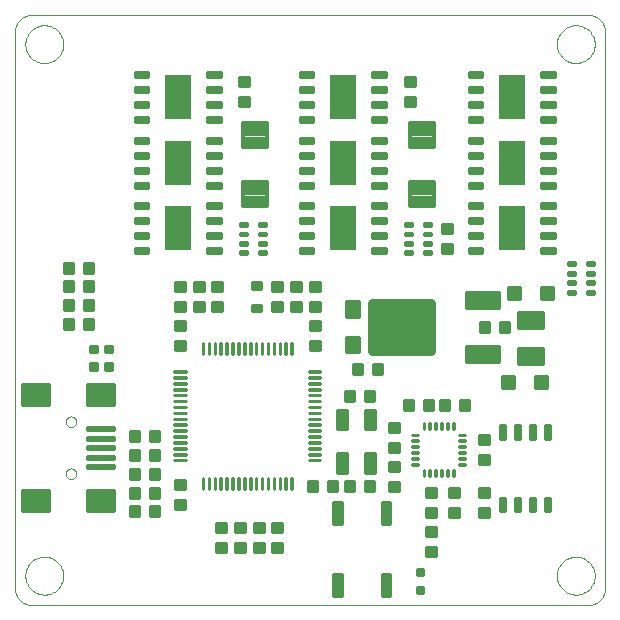
<source format=gtp>
G75*
%MOIN*%
%OFA0B0*%
%FSLAX24Y24*%
%IPPOS*%
%LPD*%
%AMOC8*
5,1,8,0,0,1.08239X$1,22.5*
%
%ADD10C,0.0000*%
%ADD11R,0.0875X0.1500*%
%ADD12C,0.0101*%
%ADD13C,0.0098*%
%ADD14C,0.0099*%
%ADD15C,0.0142*%
%ADD16C,0.0100*%
%ADD17C,0.0118*%
%ADD18C,0.0285*%
%ADD19C,0.0100*%
%ADD20C,0.0099*%
%ADD21C,0.0100*%
D10*
X000588Y000721D02*
X000588Y019224D01*
X000587Y019224D02*
X000589Y019270D01*
X000594Y019316D01*
X000603Y019362D01*
X000616Y019407D01*
X000632Y019450D01*
X000651Y019492D01*
X000674Y019533D01*
X000700Y019571D01*
X000729Y019608D01*
X000760Y019642D01*
X000794Y019673D01*
X000831Y019702D01*
X000869Y019728D01*
X000910Y019751D01*
X000952Y019770D01*
X000995Y019786D01*
X001040Y019799D01*
X001086Y019808D01*
X001132Y019813D01*
X001178Y019815D01*
X019682Y019815D01*
X019728Y019813D01*
X019774Y019808D01*
X019820Y019799D01*
X019865Y019786D01*
X019908Y019770D01*
X019950Y019751D01*
X019991Y019728D01*
X020029Y019702D01*
X020066Y019673D01*
X020100Y019642D01*
X020131Y019608D01*
X020160Y019571D01*
X020186Y019533D01*
X020209Y019492D01*
X020228Y019450D01*
X020244Y019407D01*
X020257Y019362D01*
X020266Y019316D01*
X020271Y019270D01*
X020273Y019224D01*
X020273Y000721D01*
X020271Y000675D01*
X020266Y000629D01*
X020257Y000583D01*
X020244Y000538D01*
X020228Y000495D01*
X020209Y000453D01*
X020186Y000412D01*
X020160Y000374D01*
X020131Y000337D01*
X020100Y000303D01*
X020066Y000272D01*
X020029Y000243D01*
X019991Y000217D01*
X019950Y000194D01*
X019908Y000175D01*
X019865Y000159D01*
X019820Y000146D01*
X019774Y000137D01*
X019728Y000132D01*
X019682Y000130D01*
X001178Y000130D01*
X001132Y000132D01*
X001086Y000137D01*
X001040Y000146D01*
X000995Y000159D01*
X000952Y000175D01*
X000910Y000194D01*
X000869Y000217D01*
X000831Y000243D01*
X000794Y000272D01*
X000760Y000303D01*
X000729Y000337D01*
X000700Y000374D01*
X000674Y000412D01*
X000651Y000453D01*
X000632Y000495D01*
X000616Y000538D01*
X000603Y000583D01*
X000594Y000629D01*
X000589Y000675D01*
X000587Y000721D01*
X000942Y001114D02*
X000944Y001164D01*
X000950Y001214D01*
X000960Y001263D01*
X000974Y001311D01*
X000991Y001358D01*
X001012Y001403D01*
X001037Y001447D01*
X001065Y001488D01*
X001097Y001527D01*
X001131Y001564D01*
X001168Y001598D01*
X001208Y001628D01*
X001250Y001655D01*
X001294Y001679D01*
X001340Y001700D01*
X001387Y001716D01*
X001435Y001729D01*
X001485Y001738D01*
X001534Y001743D01*
X001585Y001744D01*
X001635Y001741D01*
X001684Y001734D01*
X001733Y001723D01*
X001781Y001708D01*
X001827Y001690D01*
X001872Y001668D01*
X001915Y001642D01*
X001956Y001613D01*
X001995Y001581D01*
X002031Y001546D01*
X002063Y001508D01*
X002093Y001468D01*
X002120Y001425D01*
X002143Y001381D01*
X002162Y001335D01*
X002178Y001287D01*
X002190Y001238D01*
X002198Y001189D01*
X002202Y001139D01*
X002202Y001089D01*
X002198Y001039D01*
X002190Y000990D01*
X002178Y000941D01*
X002162Y000893D01*
X002143Y000847D01*
X002120Y000803D01*
X002093Y000760D01*
X002063Y000720D01*
X002031Y000682D01*
X001995Y000647D01*
X001956Y000615D01*
X001915Y000586D01*
X001872Y000560D01*
X001827Y000538D01*
X001781Y000520D01*
X001733Y000505D01*
X001684Y000494D01*
X001635Y000487D01*
X001585Y000484D01*
X001534Y000485D01*
X001485Y000490D01*
X001435Y000499D01*
X001387Y000512D01*
X001340Y000528D01*
X001294Y000549D01*
X001250Y000573D01*
X001208Y000600D01*
X001168Y000630D01*
X001131Y000664D01*
X001097Y000701D01*
X001065Y000740D01*
X001037Y000781D01*
X001012Y000825D01*
X000991Y000870D01*
X000974Y000917D01*
X000960Y000965D01*
X000950Y001014D01*
X000944Y001064D01*
X000942Y001114D01*
X002286Y004514D02*
X002288Y004540D01*
X002294Y004566D01*
X002304Y004591D01*
X002317Y004614D01*
X002333Y004634D01*
X002353Y004652D01*
X002375Y004667D01*
X002398Y004679D01*
X002424Y004687D01*
X002450Y004691D01*
X002476Y004691D01*
X002502Y004687D01*
X002528Y004679D01*
X002552Y004667D01*
X002573Y004652D01*
X002593Y004634D01*
X002609Y004614D01*
X002622Y004591D01*
X002632Y004566D01*
X002638Y004540D01*
X002640Y004514D01*
X002638Y004488D01*
X002632Y004462D01*
X002622Y004437D01*
X002609Y004414D01*
X002593Y004394D01*
X002573Y004376D01*
X002551Y004361D01*
X002528Y004349D01*
X002502Y004341D01*
X002476Y004337D01*
X002450Y004337D01*
X002424Y004341D01*
X002398Y004349D01*
X002374Y004361D01*
X002353Y004376D01*
X002333Y004394D01*
X002317Y004414D01*
X002304Y004437D01*
X002294Y004462D01*
X002288Y004488D01*
X002286Y004514D01*
X002286Y006246D02*
X002288Y006272D01*
X002294Y006298D01*
X002304Y006323D01*
X002317Y006346D01*
X002333Y006366D01*
X002353Y006384D01*
X002375Y006399D01*
X002398Y006411D01*
X002424Y006419D01*
X002450Y006423D01*
X002476Y006423D01*
X002502Y006419D01*
X002528Y006411D01*
X002552Y006399D01*
X002573Y006384D01*
X002593Y006366D01*
X002609Y006346D01*
X002622Y006323D01*
X002632Y006298D01*
X002638Y006272D01*
X002640Y006246D01*
X002638Y006220D01*
X002632Y006194D01*
X002622Y006169D01*
X002609Y006146D01*
X002593Y006126D01*
X002573Y006108D01*
X002551Y006093D01*
X002528Y006081D01*
X002502Y006073D01*
X002476Y006069D01*
X002450Y006069D01*
X002424Y006073D01*
X002398Y006081D01*
X002374Y006093D01*
X002353Y006108D01*
X002333Y006126D01*
X002317Y006146D01*
X002304Y006169D01*
X002294Y006194D01*
X002288Y006220D01*
X002286Y006246D01*
X000942Y018831D02*
X000944Y018881D01*
X000950Y018931D01*
X000960Y018980D01*
X000974Y019028D01*
X000991Y019075D01*
X001012Y019120D01*
X001037Y019164D01*
X001065Y019205D01*
X001097Y019244D01*
X001131Y019281D01*
X001168Y019315D01*
X001208Y019345D01*
X001250Y019372D01*
X001294Y019396D01*
X001340Y019417D01*
X001387Y019433D01*
X001435Y019446D01*
X001485Y019455D01*
X001534Y019460D01*
X001585Y019461D01*
X001635Y019458D01*
X001684Y019451D01*
X001733Y019440D01*
X001781Y019425D01*
X001827Y019407D01*
X001872Y019385D01*
X001915Y019359D01*
X001956Y019330D01*
X001995Y019298D01*
X002031Y019263D01*
X002063Y019225D01*
X002093Y019185D01*
X002120Y019142D01*
X002143Y019098D01*
X002162Y019052D01*
X002178Y019004D01*
X002190Y018955D01*
X002198Y018906D01*
X002202Y018856D01*
X002202Y018806D01*
X002198Y018756D01*
X002190Y018707D01*
X002178Y018658D01*
X002162Y018610D01*
X002143Y018564D01*
X002120Y018520D01*
X002093Y018477D01*
X002063Y018437D01*
X002031Y018399D01*
X001995Y018364D01*
X001956Y018332D01*
X001915Y018303D01*
X001872Y018277D01*
X001827Y018255D01*
X001781Y018237D01*
X001733Y018222D01*
X001684Y018211D01*
X001635Y018204D01*
X001585Y018201D01*
X001534Y018202D01*
X001485Y018207D01*
X001435Y018216D01*
X001387Y018229D01*
X001340Y018245D01*
X001294Y018266D01*
X001250Y018290D01*
X001208Y018317D01*
X001168Y018347D01*
X001131Y018381D01*
X001097Y018418D01*
X001065Y018457D01*
X001037Y018498D01*
X001012Y018542D01*
X000991Y018587D01*
X000974Y018634D01*
X000960Y018682D01*
X000950Y018731D01*
X000944Y018781D01*
X000942Y018831D01*
X018659Y018831D02*
X018661Y018881D01*
X018667Y018931D01*
X018677Y018980D01*
X018691Y019028D01*
X018708Y019075D01*
X018729Y019120D01*
X018754Y019164D01*
X018782Y019205D01*
X018814Y019244D01*
X018848Y019281D01*
X018885Y019315D01*
X018925Y019345D01*
X018967Y019372D01*
X019011Y019396D01*
X019057Y019417D01*
X019104Y019433D01*
X019152Y019446D01*
X019202Y019455D01*
X019251Y019460D01*
X019302Y019461D01*
X019352Y019458D01*
X019401Y019451D01*
X019450Y019440D01*
X019498Y019425D01*
X019544Y019407D01*
X019589Y019385D01*
X019632Y019359D01*
X019673Y019330D01*
X019712Y019298D01*
X019748Y019263D01*
X019780Y019225D01*
X019810Y019185D01*
X019837Y019142D01*
X019860Y019098D01*
X019879Y019052D01*
X019895Y019004D01*
X019907Y018955D01*
X019915Y018906D01*
X019919Y018856D01*
X019919Y018806D01*
X019915Y018756D01*
X019907Y018707D01*
X019895Y018658D01*
X019879Y018610D01*
X019860Y018564D01*
X019837Y018520D01*
X019810Y018477D01*
X019780Y018437D01*
X019748Y018399D01*
X019712Y018364D01*
X019673Y018332D01*
X019632Y018303D01*
X019589Y018277D01*
X019544Y018255D01*
X019498Y018237D01*
X019450Y018222D01*
X019401Y018211D01*
X019352Y018204D01*
X019302Y018201D01*
X019251Y018202D01*
X019202Y018207D01*
X019152Y018216D01*
X019104Y018229D01*
X019057Y018245D01*
X019011Y018266D01*
X018967Y018290D01*
X018925Y018317D01*
X018885Y018347D01*
X018848Y018381D01*
X018814Y018418D01*
X018782Y018457D01*
X018754Y018498D01*
X018729Y018542D01*
X018708Y018587D01*
X018691Y018634D01*
X018677Y018682D01*
X018667Y018731D01*
X018661Y018781D01*
X018659Y018831D01*
X018659Y001114D02*
X018661Y001164D01*
X018667Y001214D01*
X018677Y001263D01*
X018691Y001311D01*
X018708Y001358D01*
X018729Y001403D01*
X018754Y001447D01*
X018782Y001488D01*
X018814Y001527D01*
X018848Y001564D01*
X018885Y001598D01*
X018925Y001628D01*
X018967Y001655D01*
X019011Y001679D01*
X019057Y001700D01*
X019104Y001716D01*
X019152Y001729D01*
X019202Y001738D01*
X019251Y001743D01*
X019302Y001744D01*
X019352Y001741D01*
X019401Y001734D01*
X019450Y001723D01*
X019498Y001708D01*
X019544Y001690D01*
X019589Y001668D01*
X019632Y001642D01*
X019673Y001613D01*
X019712Y001581D01*
X019748Y001546D01*
X019780Y001508D01*
X019810Y001468D01*
X019837Y001425D01*
X019860Y001381D01*
X019879Y001335D01*
X019895Y001287D01*
X019907Y001238D01*
X019915Y001189D01*
X019919Y001139D01*
X019919Y001089D01*
X019915Y001039D01*
X019907Y000990D01*
X019895Y000941D01*
X019879Y000893D01*
X019860Y000847D01*
X019837Y000803D01*
X019810Y000760D01*
X019780Y000720D01*
X019748Y000682D01*
X019712Y000647D01*
X019673Y000615D01*
X019632Y000586D01*
X019589Y000560D01*
X019544Y000538D01*
X019498Y000520D01*
X019450Y000505D01*
X019401Y000494D01*
X019352Y000487D01*
X019302Y000484D01*
X019251Y000485D01*
X019202Y000490D01*
X019152Y000499D01*
X019104Y000512D01*
X019057Y000528D01*
X019011Y000549D01*
X018967Y000573D01*
X018925Y000600D01*
X018885Y000630D01*
X018848Y000664D01*
X018814Y000701D01*
X018782Y000740D01*
X018754Y000781D01*
X018729Y000825D01*
X018708Y000870D01*
X018691Y000917D01*
X018677Y000965D01*
X018667Y001014D01*
X018661Y001064D01*
X018659Y001114D01*
D11*
X017150Y012693D03*
X017150Y014880D03*
X017150Y017068D03*
X011525Y017068D03*
X011525Y014880D03*
X011525Y012693D03*
X006025Y012693D03*
X006025Y014880D03*
X006025Y017068D03*
D12*
X008503Y010892D02*
X008503Y010678D01*
X008503Y010892D02*
X008797Y010892D01*
X008797Y010678D01*
X008503Y010678D01*
X008503Y010778D02*
X008797Y010778D01*
X008797Y010878D02*
X008503Y010878D01*
X008503Y010144D02*
X008503Y009930D01*
X008503Y010144D02*
X008797Y010144D01*
X008797Y009930D01*
X008503Y009930D01*
X008503Y010030D02*
X008797Y010030D01*
X008797Y010130D02*
X008503Y010130D01*
X003820Y008782D02*
X003606Y008782D01*
X003820Y008782D02*
X003820Y008568D01*
X003606Y008568D01*
X003606Y008782D01*
X003606Y008668D02*
X003820Y008668D01*
X003820Y008768D02*
X003606Y008768D01*
X003320Y008782D02*
X003106Y008782D01*
X003320Y008782D02*
X003320Y008568D01*
X003106Y008568D01*
X003106Y008782D01*
X003106Y008668D02*
X003320Y008668D01*
X003320Y008768D02*
X003106Y008768D01*
X003106Y008192D02*
X003320Y008192D01*
X003320Y007978D01*
X003106Y007978D01*
X003106Y008192D01*
X003106Y008078D02*
X003320Y008078D01*
X003320Y008178D02*
X003106Y008178D01*
X003606Y008192D02*
X003820Y008192D01*
X003820Y007978D01*
X003606Y007978D01*
X003606Y008192D01*
X003606Y008078D02*
X003820Y008078D01*
X003820Y008178D02*
X003606Y008178D01*
X013981Y001345D02*
X014195Y001345D01*
X014195Y001131D01*
X013981Y001131D01*
X013981Y001345D01*
X013981Y001231D02*
X014195Y001231D01*
X014195Y001331D02*
X013981Y001331D01*
X013981Y000754D02*
X014195Y000754D01*
X014195Y000540D01*
X013981Y000540D01*
X013981Y000754D01*
X013981Y000640D02*
X014195Y000640D01*
X014195Y000740D02*
X013981Y000740D01*
X016718Y008249D02*
X016718Y008779D01*
X016718Y008249D02*
X015638Y008249D01*
X015638Y008779D01*
X016718Y008779D01*
X016718Y008349D02*
X015638Y008349D01*
X015638Y008449D02*
X016718Y008449D01*
X016718Y008549D02*
X015638Y008549D01*
X015638Y008649D02*
X016718Y008649D01*
X016718Y008749D02*
X015638Y008749D01*
X016718Y010044D02*
X016718Y010574D01*
X016718Y010044D02*
X015638Y010044D01*
X015638Y010574D01*
X016718Y010574D01*
X016718Y010144D02*
X015638Y010144D01*
X015638Y010244D02*
X016718Y010244D01*
X016718Y010344D02*
X015638Y010344D01*
X015638Y010444D02*
X016718Y010444D01*
X016718Y010544D02*
X015638Y010544D01*
X017353Y009892D02*
X017353Y009362D01*
X017353Y009892D02*
X018197Y009892D01*
X018197Y009362D01*
X017353Y009362D01*
X017353Y009462D02*
X018197Y009462D01*
X018197Y009562D02*
X017353Y009562D01*
X017353Y009662D02*
X018197Y009662D01*
X018197Y009762D02*
X017353Y009762D01*
X017353Y009862D02*
X018197Y009862D01*
X018197Y008711D02*
X018197Y008181D01*
X017353Y008181D01*
X017353Y008711D01*
X018197Y008711D01*
X018197Y008281D02*
X017353Y008281D01*
X017353Y008381D02*
X018197Y008381D01*
X018197Y008481D02*
X017353Y008481D01*
X017353Y008581D02*
X018197Y008581D01*
X018197Y008681D02*
X017353Y008681D01*
D13*
X016774Y009244D02*
X016774Y009578D01*
X017070Y009578D01*
X017070Y009244D01*
X016774Y009244D01*
X016774Y009341D02*
X017070Y009341D01*
X017070Y009438D02*
X016774Y009438D01*
X016774Y009535D02*
X017070Y009535D01*
X016105Y009578D02*
X016105Y009244D01*
X016105Y009578D02*
X016401Y009578D01*
X016401Y009244D01*
X016105Y009244D01*
X016105Y009341D02*
X016401Y009341D01*
X016401Y009438D02*
X016105Y009438D01*
X016105Y009535D02*
X016401Y009535D01*
X015727Y006651D02*
X015431Y006651D01*
X015431Y006985D01*
X015727Y006985D01*
X015727Y006651D01*
X015727Y006748D02*
X015431Y006748D01*
X015431Y006845D02*
X015727Y006845D01*
X015727Y006942D02*
X015431Y006942D01*
X015057Y006651D02*
X014761Y006651D01*
X014761Y006985D01*
X015057Y006985D01*
X015057Y006651D01*
X015057Y006748D02*
X014761Y006748D01*
X014761Y006845D02*
X015057Y006845D01*
X015057Y006942D02*
X014761Y006942D01*
X014243Y006985D02*
X014243Y006651D01*
X014243Y006985D02*
X014539Y006985D01*
X014539Y006651D01*
X014243Y006651D01*
X014243Y006748D02*
X014539Y006748D01*
X014539Y006845D02*
X014243Y006845D01*
X014243Y006942D02*
X014539Y006942D01*
X013574Y006985D02*
X013574Y006651D01*
X013574Y006985D02*
X013870Y006985D01*
X013870Y006651D01*
X013574Y006651D01*
X013574Y006748D02*
X013870Y006748D01*
X013870Y006845D02*
X013574Y006845D01*
X013574Y006942D02*
X013870Y006942D01*
X013380Y005910D02*
X013046Y005910D01*
X013046Y006206D01*
X013380Y006206D01*
X013380Y005910D01*
X013380Y006007D02*
X013046Y006007D01*
X013046Y006104D02*
X013380Y006104D01*
X013380Y006201D02*
X013046Y006201D01*
X013046Y005241D02*
X013380Y005241D01*
X013046Y005241D02*
X013046Y005537D01*
X013380Y005537D01*
X013380Y005241D01*
X013380Y005338D02*
X013046Y005338D01*
X013046Y005435D02*
X013380Y005435D01*
X013380Y005532D02*
X013046Y005532D01*
X013046Y004894D02*
X013380Y004894D01*
X013380Y004598D01*
X013046Y004598D01*
X013046Y004894D01*
X013046Y004695D02*
X013380Y004695D01*
X013380Y004792D02*
X013046Y004792D01*
X013046Y004889D02*
X013380Y004889D01*
X013380Y004225D02*
X013046Y004225D01*
X013380Y004225D02*
X013380Y003929D01*
X013046Y003929D01*
X013046Y004225D01*
X013046Y004026D02*
X013380Y004026D01*
X013380Y004123D02*
X013046Y004123D01*
X013046Y004220D02*
X013380Y004220D01*
X012570Y004266D02*
X012570Y003932D01*
X012274Y003932D01*
X012274Y004266D01*
X012570Y004266D01*
X012570Y004029D02*
X012274Y004029D01*
X012274Y004126D02*
X012570Y004126D01*
X012570Y004223D02*
X012274Y004223D01*
X011901Y004266D02*
X011901Y003932D01*
X011605Y003932D01*
X011605Y004266D01*
X011901Y004266D01*
X011901Y004029D02*
X011605Y004029D01*
X011605Y004126D02*
X011901Y004126D01*
X011901Y004223D02*
X011605Y004223D01*
X011320Y004266D02*
X011320Y003932D01*
X011024Y003932D01*
X011024Y004266D01*
X011320Y004266D01*
X011320Y004029D02*
X011024Y004029D01*
X011024Y004126D02*
X011320Y004126D01*
X011320Y004223D02*
X011024Y004223D01*
X010651Y004266D02*
X010651Y003932D01*
X010355Y003932D01*
X010355Y004266D01*
X010651Y004266D01*
X010651Y004029D02*
X010355Y004029D01*
X010355Y004126D02*
X010651Y004126D01*
X010651Y004223D02*
X010355Y004223D01*
X009505Y002863D02*
X009171Y002863D01*
X009505Y002863D02*
X009505Y002567D01*
X009171Y002567D01*
X009171Y002863D01*
X009171Y002664D02*
X009505Y002664D01*
X009505Y002761D02*
X009171Y002761D01*
X009171Y002858D02*
X009505Y002858D01*
X008546Y002863D02*
X008546Y002567D01*
X008546Y002863D02*
X008880Y002863D01*
X008880Y002567D01*
X008546Y002567D01*
X008546Y002664D02*
X008880Y002664D01*
X008880Y002761D02*
X008546Y002761D01*
X008546Y002858D02*
X008880Y002858D01*
X007921Y002863D02*
X007921Y002567D01*
X007921Y002863D02*
X008255Y002863D01*
X008255Y002567D01*
X007921Y002567D01*
X007921Y002664D02*
X008255Y002664D01*
X008255Y002761D02*
X007921Y002761D01*
X007921Y002858D02*
X008255Y002858D01*
X007296Y002863D02*
X007296Y002567D01*
X007296Y002863D02*
X007630Y002863D01*
X007630Y002567D01*
X007296Y002567D01*
X007296Y002664D02*
X007630Y002664D01*
X007630Y002761D02*
X007296Y002761D01*
X007296Y002858D02*
X007630Y002858D01*
X007296Y002193D02*
X007296Y001897D01*
X007296Y002193D02*
X007630Y002193D01*
X007630Y001897D01*
X007296Y001897D01*
X007296Y001994D02*
X007630Y001994D01*
X007630Y002091D02*
X007296Y002091D01*
X007296Y002188D02*
X007630Y002188D01*
X007921Y002193D02*
X007921Y001897D01*
X007921Y002193D02*
X008255Y002193D01*
X008255Y001897D01*
X007921Y001897D01*
X007921Y001994D02*
X008255Y001994D01*
X008255Y002091D02*
X007921Y002091D01*
X007921Y002188D02*
X008255Y002188D01*
X008546Y002193D02*
X008546Y001897D01*
X008546Y002193D02*
X008880Y002193D01*
X008880Y001897D01*
X008546Y001897D01*
X008546Y001994D02*
X008880Y001994D01*
X008880Y002091D02*
X008546Y002091D01*
X008546Y002188D02*
X008880Y002188D01*
X009171Y002193D02*
X009505Y002193D01*
X009505Y001897D01*
X009171Y001897D01*
X009171Y002193D01*
X009171Y001994D02*
X009505Y001994D01*
X009505Y002091D02*
X009171Y002091D01*
X009171Y002188D02*
X009505Y002188D01*
X006255Y003335D02*
X005921Y003335D01*
X005921Y003631D01*
X006255Y003631D01*
X006255Y003335D01*
X006255Y003432D02*
X005921Y003432D01*
X005921Y003529D02*
X006255Y003529D01*
X006255Y003626D02*
X005921Y003626D01*
X005921Y004004D02*
X006255Y004004D01*
X005921Y004004D02*
X005921Y004300D01*
X006255Y004300D01*
X006255Y004004D01*
X006255Y004101D02*
X005921Y004101D01*
X005921Y004198D02*
X006255Y004198D01*
X006255Y004295D02*
X005921Y004295D01*
X005383Y004338D02*
X005087Y004338D01*
X005087Y004672D01*
X005383Y004672D01*
X005383Y004338D01*
X005383Y004435D02*
X005087Y004435D01*
X005087Y004532D02*
X005383Y004532D01*
X005383Y004629D02*
X005087Y004629D01*
X005087Y004963D02*
X005383Y004963D01*
X005087Y004963D02*
X005087Y005297D01*
X005383Y005297D01*
X005383Y004963D01*
X005383Y005060D02*
X005087Y005060D01*
X005087Y005157D02*
X005383Y005157D01*
X005383Y005254D02*
X005087Y005254D01*
X005087Y005588D02*
X005383Y005588D01*
X005087Y005588D02*
X005087Y005922D01*
X005383Y005922D01*
X005383Y005588D01*
X005383Y005685D02*
X005087Y005685D01*
X005087Y005782D02*
X005383Y005782D01*
X005383Y005879D02*
X005087Y005879D01*
X004714Y005588D02*
X004418Y005588D01*
X004418Y005922D01*
X004714Y005922D01*
X004714Y005588D01*
X004714Y005685D02*
X004418Y005685D01*
X004418Y005782D02*
X004714Y005782D01*
X004714Y005879D02*
X004418Y005879D01*
X004418Y004963D02*
X004714Y004963D01*
X004418Y004963D02*
X004418Y005297D01*
X004714Y005297D01*
X004714Y004963D01*
X004714Y005060D02*
X004418Y005060D01*
X004418Y005157D02*
X004714Y005157D01*
X004714Y005254D02*
X004418Y005254D01*
X004418Y004338D02*
X004714Y004338D01*
X004418Y004338D02*
X004418Y004672D01*
X004714Y004672D01*
X004714Y004338D01*
X004714Y004435D02*
X004418Y004435D01*
X004418Y004532D02*
X004714Y004532D01*
X004714Y004629D02*
X004418Y004629D01*
X004418Y004047D02*
X004714Y004047D01*
X004714Y003713D01*
X004418Y003713D01*
X004418Y004047D01*
X004418Y003810D02*
X004714Y003810D01*
X004714Y003907D02*
X004418Y003907D01*
X004418Y004004D02*
X004714Y004004D01*
X005087Y004047D02*
X005383Y004047D01*
X005383Y003713D01*
X005087Y003713D01*
X005087Y004047D01*
X005087Y003810D02*
X005383Y003810D01*
X005383Y003907D02*
X005087Y003907D01*
X005087Y004004D02*
X005383Y004004D01*
X005383Y003088D02*
X005087Y003088D01*
X005087Y003422D01*
X005383Y003422D01*
X005383Y003088D01*
X005383Y003185D02*
X005087Y003185D01*
X005087Y003282D02*
X005383Y003282D01*
X005383Y003379D02*
X005087Y003379D01*
X004714Y003088D02*
X004418Y003088D01*
X004418Y003422D01*
X004714Y003422D01*
X004714Y003088D01*
X004714Y003185D02*
X004418Y003185D01*
X004418Y003282D02*
X004714Y003282D01*
X004714Y003379D02*
X004418Y003379D01*
X005921Y008943D02*
X006255Y008943D01*
X006255Y008647D01*
X005921Y008647D01*
X005921Y008943D01*
X005921Y008744D02*
X006255Y008744D01*
X006255Y008841D02*
X005921Y008841D01*
X005921Y008938D02*
X006255Y008938D01*
X006255Y009613D02*
X005921Y009613D01*
X006255Y009613D02*
X006255Y009317D01*
X005921Y009317D01*
X005921Y009613D01*
X005921Y009414D02*
X006255Y009414D01*
X006255Y009511D02*
X005921Y009511D01*
X005921Y009608D02*
X006255Y009608D01*
X006255Y009929D02*
X005921Y009929D01*
X005921Y010225D01*
X006255Y010225D01*
X006255Y009929D01*
X006255Y010026D02*
X005921Y010026D01*
X005921Y010123D02*
X006255Y010123D01*
X006255Y010220D02*
X005921Y010220D01*
X005921Y010598D02*
X006255Y010598D01*
X005921Y010598D02*
X005921Y010894D01*
X006255Y010894D01*
X006255Y010598D01*
X006255Y010695D02*
X005921Y010695D01*
X005921Y010792D02*
X006255Y010792D01*
X006255Y010889D02*
X005921Y010889D01*
X006546Y010894D02*
X006546Y010598D01*
X006546Y010894D02*
X006880Y010894D01*
X006880Y010598D01*
X006546Y010598D01*
X006546Y010695D02*
X006880Y010695D01*
X006880Y010792D02*
X006546Y010792D01*
X006546Y010889D02*
X006880Y010889D01*
X007171Y010894D02*
X007171Y010598D01*
X007171Y010894D02*
X007505Y010894D01*
X007505Y010598D01*
X007171Y010598D01*
X007171Y010695D02*
X007505Y010695D01*
X007505Y010792D02*
X007171Y010792D01*
X007171Y010889D02*
X007505Y010889D01*
X007171Y010225D02*
X007171Y009929D01*
X007171Y010225D02*
X007505Y010225D01*
X007505Y009929D01*
X007171Y009929D01*
X007171Y010026D02*
X007505Y010026D01*
X007505Y010123D02*
X007171Y010123D01*
X007171Y010220D02*
X007505Y010220D01*
X006546Y010225D02*
X006546Y009929D01*
X006546Y010225D02*
X006880Y010225D01*
X006880Y009929D01*
X006546Y009929D01*
X006546Y010026D02*
X006880Y010026D01*
X006880Y010123D02*
X006546Y010123D01*
X006546Y010220D02*
X006880Y010220D01*
X009171Y010225D02*
X009171Y009929D01*
X009171Y010225D02*
X009505Y010225D01*
X009505Y009929D01*
X009171Y009929D01*
X009171Y010026D02*
X009505Y010026D01*
X009505Y010123D02*
X009171Y010123D01*
X009171Y010220D02*
X009505Y010220D01*
X009796Y010225D02*
X009796Y009929D01*
X009796Y010225D02*
X010130Y010225D01*
X010130Y009929D01*
X009796Y009929D01*
X009796Y010026D02*
X010130Y010026D01*
X010130Y010123D02*
X009796Y010123D01*
X009796Y010220D02*
X010130Y010220D01*
X010421Y009929D02*
X010755Y009929D01*
X010421Y009929D02*
X010421Y010225D01*
X010755Y010225D01*
X010755Y009929D01*
X010755Y010026D02*
X010421Y010026D01*
X010421Y010123D02*
X010755Y010123D01*
X010755Y010220D02*
X010421Y010220D01*
X010421Y010598D02*
X010755Y010598D01*
X010421Y010598D02*
X010421Y010894D01*
X010755Y010894D01*
X010755Y010598D01*
X010755Y010695D02*
X010421Y010695D01*
X010421Y010792D02*
X010755Y010792D01*
X010755Y010889D02*
X010421Y010889D01*
X009796Y010894D02*
X009796Y010598D01*
X009796Y010894D02*
X010130Y010894D01*
X010130Y010598D01*
X009796Y010598D01*
X009796Y010695D02*
X010130Y010695D01*
X010130Y010792D02*
X009796Y010792D01*
X009796Y010889D02*
X010130Y010889D01*
X009171Y010894D02*
X009171Y010598D01*
X009171Y010894D02*
X009505Y010894D01*
X009505Y010598D01*
X009171Y010598D01*
X009171Y010695D02*
X009505Y010695D01*
X009505Y010792D02*
X009171Y010792D01*
X009171Y010889D02*
X009505Y010889D01*
X010421Y009613D02*
X010755Y009613D01*
X010755Y009317D01*
X010421Y009317D01*
X010421Y009613D01*
X010421Y009414D02*
X010755Y009414D01*
X010755Y009511D02*
X010421Y009511D01*
X010421Y009608D02*
X010755Y009608D01*
X010755Y008943D02*
X010421Y008943D01*
X010755Y008943D02*
X010755Y008647D01*
X010421Y008647D01*
X010421Y008943D01*
X010421Y008744D02*
X010755Y008744D01*
X010755Y008841D02*
X010421Y008841D01*
X010421Y008938D02*
X010755Y008938D01*
X011855Y008172D02*
X011855Y007838D01*
X011855Y008172D02*
X012151Y008172D01*
X012151Y007838D01*
X011855Y007838D01*
X011855Y007935D02*
X012151Y007935D01*
X012151Y008032D02*
X011855Y008032D01*
X011855Y008129D02*
X012151Y008129D01*
X012524Y008172D02*
X012524Y007838D01*
X012524Y008172D02*
X012820Y008172D01*
X012820Y007838D01*
X012524Y007838D01*
X012524Y007935D02*
X012820Y007935D01*
X012820Y008032D02*
X012524Y008032D01*
X012524Y008129D02*
X012820Y008129D01*
X012274Y007266D02*
X012274Y006932D01*
X012274Y007266D02*
X012570Y007266D01*
X012570Y006932D01*
X012274Y006932D01*
X012274Y007029D02*
X012570Y007029D01*
X012570Y007126D02*
X012274Y007126D01*
X012274Y007223D02*
X012570Y007223D01*
X011605Y007266D02*
X011605Y006932D01*
X011605Y007266D02*
X011901Y007266D01*
X011901Y006932D01*
X011605Y006932D01*
X011605Y007029D02*
X011901Y007029D01*
X011901Y007126D02*
X011605Y007126D01*
X011605Y007223D02*
X011901Y007223D01*
X014296Y004050D02*
X014296Y003754D01*
X014296Y004050D02*
X014630Y004050D01*
X014630Y003754D01*
X014296Y003754D01*
X014296Y003851D02*
X014630Y003851D01*
X014630Y003948D02*
X014296Y003948D01*
X014296Y004045D02*
X014630Y004045D01*
X015046Y004050D02*
X015046Y003754D01*
X015046Y004050D02*
X015380Y004050D01*
X015380Y003754D01*
X015046Y003754D01*
X015046Y003851D02*
X015380Y003851D01*
X015380Y003948D02*
X015046Y003948D01*
X015046Y004045D02*
X015380Y004045D01*
X015046Y003381D02*
X015046Y003085D01*
X015046Y003381D02*
X015380Y003381D01*
X015380Y003085D01*
X015046Y003085D01*
X015046Y003182D02*
X015380Y003182D01*
X015380Y003279D02*
X015046Y003279D01*
X015046Y003376D02*
X015380Y003376D01*
X016046Y003381D02*
X016046Y003085D01*
X016046Y003381D02*
X016380Y003381D01*
X016380Y003085D01*
X016046Y003085D01*
X016046Y003182D02*
X016380Y003182D01*
X016380Y003279D02*
X016046Y003279D01*
X016046Y003376D02*
X016380Y003376D01*
X016046Y003754D02*
X016046Y004050D01*
X016380Y004050D01*
X016380Y003754D01*
X016046Y003754D01*
X016046Y003851D02*
X016380Y003851D01*
X016380Y003948D02*
X016046Y003948D01*
X016046Y004045D02*
X016380Y004045D01*
X016380Y004835D02*
X016046Y004835D01*
X016046Y005131D01*
X016380Y005131D01*
X016380Y004835D01*
X016380Y004932D02*
X016046Y004932D01*
X016046Y005029D02*
X016380Y005029D01*
X016380Y005126D02*
X016046Y005126D01*
X016046Y005504D02*
X016380Y005504D01*
X016046Y005504D02*
X016046Y005800D01*
X016380Y005800D01*
X016380Y005504D01*
X016380Y005601D02*
X016046Y005601D01*
X016046Y005698D02*
X016380Y005698D01*
X016380Y005795D02*
X016046Y005795D01*
X014296Y003381D02*
X014296Y003085D01*
X014296Y003381D02*
X014630Y003381D01*
X014630Y003085D01*
X014296Y003085D01*
X014296Y003182D02*
X014630Y003182D01*
X014630Y003279D02*
X014296Y003279D01*
X014296Y003376D02*
X014630Y003376D01*
X014296Y002738D02*
X014296Y002442D01*
X014296Y002738D02*
X014630Y002738D01*
X014630Y002442D01*
X014296Y002442D01*
X014296Y002539D02*
X014630Y002539D01*
X014630Y002636D02*
X014296Y002636D01*
X014296Y002733D02*
X014630Y002733D01*
X014296Y002068D02*
X014296Y001772D01*
X014296Y002068D02*
X014630Y002068D01*
X014630Y001772D01*
X014296Y001772D01*
X014296Y001869D02*
X014630Y001869D01*
X014630Y001966D02*
X014296Y001966D01*
X014296Y002063D02*
X014630Y002063D01*
X014827Y012162D02*
X015161Y012162D01*
X015161Y011866D01*
X014827Y011866D01*
X014827Y012162D01*
X014827Y011963D02*
X015161Y011963D01*
X015161Y012060D02*
X014827Y012060D01*
X014827Y012157D02*
X015161Y012157D01*
X015161Y012831D02*
X014827Y012831D01*
X015161Y012831D02*
X015161Y012535D01*
X014827Y012535D01*
X014827Y012831D01*
X014827Y012632D02*
X015161Y012632D01*
X015161Y012729D02*
X014827Y012729D01*
X014827Y012826D02*
X015161Y012826D01*
X013942Y017068D02*
X013608Y017068D01*
X013942Y017068D02*
X013942Y016772D01*
X013608Y016772D01*
X013608Y017068D01*
X013608Y016869D02*
X013942Y016869D01*
X013942Y016966D02*
X013608Y016966D01*
X013608Y017063D02*
X013942Y017063D01*
X013942Y017738D02*
X013608Y017738D01*
X013942Y017738D02*
X013942Y017442D01*
X013608Y017442D01*
X013608Y017738D01*
X013608Y017539D02*
X013942Y017539D01*
X013942Y017636D02*
X013608Y017636D01*
X013608Y017733D02*
X013942Y017733D01*
X008380Y017738D02*
X008046Y017738D01*
X008380Y017738D02*
X008380Y017442D01*
X008046Y017442D01*
X008046Y017738D01*
X008046Y017539D02*
X008380Y017539D01*
X008380Y017636D02*
X008046Y017636D01*
X008046Y017733D02*
X008380Y017733D01*
X008380Y017068D02*
X008046Y017068D01*
X008380Y017068D02*
X008380Y016772D01*
X008046Y016772D01*
X008046Y017068D01*
X008046Y016869D02*
X008380Y016869D01*
X008380Y016966D02*
X008046Y016966D01*
X008046Y017063D02*
X008380Y017063D01*
X003195Y011213D02*
X002899Y011213D01*
X002899Y011547D01*
X003195Y011547D01*
X003195Y011213D01*
X003195Y011310D02*
X002899Y011310D01*
X002899Y011407D02*
X003195Y011407D01*
X003195Y011504D02*
X002899Y011504D01*
X002526Y011213D02*
X002230Y011213D01*
X002230Y011547D01*
X002526Y011547D01*
X002526Y011213D01*
X002526Y011310D02*
X002230Y011310D01*
X002230Y011407D02*
X002526Y011407D01*
X002526Y011504D02*
X002230Y011504D01*
X002230Y010588D02*
X002526Y010588D01*
X002230Y010588D02*
X002230Y010922D01*
X002526Y010922D01*
X002526Y010588D01*
X002526Y010685D02*
X002230Y010685D01*
X002230Y010782D02*
X002526Y010782D01*
X002526Y010879D02*
X002230Y010879D01*
X002230Y010297D02*
X002526Y010297D01*
X002526Y009963D01*
X002230Y009963D01*
X002230Y010297D01*
X002230Y010060D02*
X002526Y010060D01*
X002526Y010157D02*
X002230Y010157D01*
X002230Y010254D02*
X002526Y010254D01*
X002899Y010297D02*
X003195Y010297D01*
X003195Y009963D01*
X002899Y009963D01*
X002899Y010297D01*
X002899Y010060D02*
X003195Y010060D01*
X003195Y010157D02*
X002899Y010157D01*
X002899Y010254D02*
X003195Y010254D01*
X003195Y010588D02*
X002899Y010588D01*
X002899Y010922D01*
X003195Y010922D01*
X003195Y010588D01*
X003195Y010685D02*
X002899Y010685D01*
X002899Y010782D02*
X003195Y010782D01*
X003195Y010879D02*
X002899Y010879D01*
X002899Y009672D02*
X003195Y009672D01*
X003195Y009338D01*
X002899Y009338D01*
X002899Y009672D01*
X002899Y009435D02*
X003195Y009435D01*
X003195Y009532D02*
X002899Y009532D01*
X002899Y009629D02*
X003195Y009629D01*
X002526Y009672D02*
X002230Y009672D01*
X002526Y009672D02*
X002526Y009338D01*
X002230Y009338D01*
X002230Y009672D01*
X002230Y009435D02*
X002526Y009435D01*
X002526Y009532D02*
X002230Y009532D01*
X002230Y009629D02*
X002526Y009629D01*
D14*
X005041Y011862D02*
X005041Y012024D01*
X005041Y011862D02*
X004589Y011862D01*
X004589Y012024D01*
X005041Y012024D01*
X005041Y011960D02*
X004589Y011960D01*
X005041Y012362D02*
X005041Y012524D01*
X005041Y012362D02*
X004589Y012362D01*
X004589Y012524D01*
X005041Y012524D01*
X005041Y012460D02*
X004589Y012460D01*
X005041Y012862D02*
X005041Y013024D01*
X005041Y012862D02*
X004589Y012862D01*
X004589Y013024D01*
X005041Y013024D01*
X005041Y012960D02*
X004589Y012960D01*
X005041Y013362D02*
X005041Y013524D01*
X005041Y013362D02*
X004589Y013362D01*
X004589Y013524D01*
X005041Y013524D01*
X005041Y013460D02*
X004589Y013460D01*
X005041Y014049D02*
X005041Y014211D01*
X005041Y014049D02*
X004589Y014049D01*
X004589Y014211D01*
X005041Y014211D01*
X005041Y014147D02*
X004589Y014147D01*
X005041Y014549D02*
X005041Y014711D01*
X005041Y014549D02*
X004589Y014549D01*
X004589Y014711D01*
X005041Y014711D01*
X005041Y014647D02*
X004589Y014647D01*
X005041Y015049D02*
X005041Y015211D01*
X005041Y015049D02*
X004589Y015049D01*
X004589Y015211D01*
X005041Y015211D01*
X005041Y015147D02*
X004589Y015147D01*
X005041Y015549D02*
X005041Y015711D01*
X005041Y015549D02*
X004589Y015549D01*
X004589Y015711D01*
X005041Y015711D01*
X005041Y015647D02*
X004589Y015647D01*
X005041Y016237D02*
X005041Y016399D01*
X005041Y016237D02*
X004589Y016237D01*
X004589Y016399D01*
X005041Y016399D01*
X005041Y016335D02*
X004589Y016335D01*
X005041Y016737D02*
X005041Y016899D01*
X005041Y016737D02*
X004589Y016737D01*
X004589Y016899D01*
X005041Y016899D01*
X005041Y016835D02*
X004589Y016835D01*
X005041Y017237D02*
X005041Y017399D01*
X005041Y017237D02*
X004589Y017237D01*
X004589Y017399D01*
X005041Y017399D01*
X005041Y017335D02*
X004589Y017335D01*
X005041Y017737D02*
X005041Y017899D01*
X005041Y017737D02*
X004589Y017737D01*
X004589Y017899D01*
X005041Y017899D01*
X005041Y017835D02*
X004589Y017835D01*
X007461Y017899D02*
X007461Y017737D01*
X007009Y017737D01*
X007009Y017899D01*
X007461Y017899D01*
X007461Y017835D02*
X007009Y017835D01*
X007461Y017399D02*
X007461Y017237D01*
X007009Y017237D01*
X007009Y017399D01*
X007461Y017399D01*
X007461Y017335D02*
X007009Y017335D01*
X007461Y016899D02*
X007461Y016737D01*
X007009Y016737D01*
X007009Y016899D01*
X007461Y016899D01*
X007461Y016835D02*
X007009Y016835D01*
X007461Y016399D02*
X007461Y016237D01*
X007009Y016237D01*
X007009Y016399D01*
X007461Y016399D01*
X007461Y016335D02*
X007009Y016335D01*
X007461Y015711D02*
X007461Y015549D01*
X007009Y015549D01*
X007009Y015711D01*
X007461Y015711D01*
X007461Y015647D02*
X007009Y015647D01*
X007461Y015211D02*
X007461Y015049D01*
X007009Y015049D01*
X007009Y015211D01*
X007461Y015211D01*
X007461Y015147D02*
X007009Y015147D01*
X007461Y014711D02*
X007461Y014549D01*
X007009Y014549D01*
X007009Y014711D01*
X007461Y014711D01*
X007461Y014647D02*
X007009Y014647D01*
X007461Y014211D02*
X007461Y014049D01*
X007009Y014049D01*
X007009Y014211D01*
X007461Y014211D01*
X007461Y014147D02*
X007009Y014147D01*
X007461Y013524D02*
X007461Y013362D01*
X007009Y013362D01*
X007009Y013524D01*
X007461Y013524D01*
X007461Y013460D02*
X007009Y013460D01*
X007461Y013024D02*
X007461Y012862D01*
X007009Y012862D01*
X007009Y013024D01*
X007461Y013024D01*
X007461Y012960D02*
X007009Y012960D01*
X007461Y012524D02*
X007461Y012362D01*
X007009Y012362D01*
X007009Y012524D01*
X007461Y012524D01*
X007461Y012460D02*
X007009Y012460D01*
X007461Y012024D02*
X007461Y011862D01*
X007009Y011862D01*
X007009Y012024D01*
X007461Y012024D01*
X007461Y011960D02*
X007009Y011960D01*
X010541Y012024D02*
X010541Y011862D01*
X010089Y011862D01*
X010089Y012024D01*
X010541Y012024D01*
X010541Y011960D02*
X010089Y011960D01*
X010541Y012362D02*
X010541Y012524D01*
X010541Y012362D02*
X010089Y012362D01*
X010089Y012524D01*
X010541Y012524D01*
X010541Y012460D02*
X010089Y012460D01*
X010541Y012862D02*
X010541Y013024D01*
X010541Y012862D02*
X010089Y012862D01*
X010089Y013024D01*
X010541Y013024D01*
X010541Y012960D02*
X010089Y012960D01*
X010541Y013362D02*
X010541Y013524D01*
X010541Y013362D02*
X010089Y013362D01*
X010089Y013524D01*
X010541Y013524D01*
X010541Y013460D02*
X010089Y013460D01*
X010541Y014049D02*
X010541Y014211D01*
X010541Y014049D02*
X010089Y014049D01*
X010089Y014211D01*
X010541Y014211D01*
X010541Y014147D02*
X010089Y014147D01*
X010541Y014549D02*
X010541Y014711D01*
X010541Y014549D02*
X010089Y014549D01*
X010089Y014711D01*
X010541Y014711D01*
X010541Y014647D02*
X010089Y014647D01*
X010541Y015049D02*
X010541Y015211D01*
X010541Y015049D02*
X010089Y015049D01*
X010089Y015211D01*
X010541Y015211D01*
X010541Y015147D02*
X010089Y015147D01*
X010541Y015549D02*
X010541Y015711D01*
X010541Y015549D02*
X010089Y015549D01*
X010089Y015711D01*
X010541Y015711D01*
X010541Y015647D02*
X010089Y015647D01*
X010541Y016237D02*
X010541Y016399D01*
X010541Y016237D02*
X010089Y016237D01*
X010089Y016399D01*
X010541Y016399D01*
X010541Y016335D02*
X010089Y016335D01*
X010541Y016737D02*
X010541Y016899D01*
X010541Y016737D02*
X010089Y016737D01*
X010089Y016899D01*
X010541Y016899D01*
X010541Y016835D02*
X010089Y016835D01*
X010541Y017237D02*
X010541Y017399D01*
X010541Y017237D02*
X010089Y017237D01*
X010089Y017399D01*
X010541Y017399D01*
X010541Y017335D02*
X010089Y017335D01*
X010541Y017737D02*
X010541Y017899D01*
X010541Y017737D02*
X010089Y017737D01*
X010089Y017899D01*
X010541Y017899D01*
X010541Y017835D02*
X010089Y017835D01*
X012961Y017899D02*
X012961Y017737D01*
X012509Y017737D01*
X012509Y017899D01*
X012961Y017899D01*
X012961Y017835D02*
X012509Y017835D01*
X012961Y017399D02*
X012961Y017237D01*
X012509Y017237D01*
X012509Y017399D01*
X012961Y017399D01*
X012961Y017335D02*
X012509Y017335D01*
X012961Y016899D02*
X012961Y016737D01*
X012509Y016737D01*
X012509Y016899D01*
X012961Y016899D01*
X012961Y016835D02*
X012509Y016835D01*
X012961Y016399D02*
X012961Y016237D01*
X012509Y016237D01*
X012509Y016399D01*
X012961Y016399D01*
X012961Y016335D02*
X012509Y016335D01*
X012961Y015711D02*
X012961Y015549D01*
X012509Y015549D01*
X012509Y015711D01*
X012961Y015711D01*
X012961Y015647D02*
X012509Y015647D01*
X012961Y015211D02*
X012961Y015049D01*
X012509Y015049D01*
X012509Y015211D01*
X012961Y015211D01*
X012961Y015147D02*
X012509Y015147D01*
X012961Y014711D02*
X012961Y014549D01*
X012509Y014549D01*
X012509Y014711D01*
X012961Y014711D01*
X012961Y014647D02*
X012509Y014647D01*
X012961Y014211D02*
X012961Y014049D01*
X012509Y014049D01*
X012509Y014211D01*
X012961Y014211D01*
X012961Y014147D02*
X012509Y014147D01*
X012961Y013524D02*
X012961Y013362D01*
X012509Y013362D01*
X012509Y013524D01*
X012961Y013524D01*
X012961Y013460D02*
X012509Y013460D01*
X012961Y013024D02*
X012961Y012862D01*
X012509Y012862D01*
X012509Y013024D01*
X012961Y013024D01*
X012961Y012960D02*
X012509Y012960D01*
X012961Y012524D02*
X012961Y012362D01*
X012509Y012362D01*
X012509Y012524D01*
X012961Y012524D01*
X012961Y012460D02*
X012509Y012460D01*
X012961Y012024D02*
X012961Y011862D01*
X012509Y011862D01*
X012509Y012024D01*
X012961Y012024D01*
X012961Y011960D02*
X012509Y011960D01*
X016166Y012024D02*
X016166Y011862D01*
X015714Y011862D01*
X015714Y012024D01*
X016166Y012024D01*
X016166Y011960D02*
X015714Y011960D01*
X016166Y012362D02*
X016166Y012524D01*
X016166Y012362D02*
X015714Y012362D01*
X015714Y012524D01*
X016166Y012524D01*
X016166Y012460D02*
X015714Y012460D01*
X016166Y012862D02*
X016166Y013024D01*
X016166Y012862D02*
X015714Y012862D01*
X015714Y013024D01*
X016166Y013024D01*
X016166Y012960D02*
X015714Y012960D01*
X016166Y013362D02*
X016166Y013524D01*
X016166Y013362D02*
X015714Y013362D01*
X015714Y013524D01*
X016166Y013524D01*
X016166Y013460D02*
X015714Y013460D01*
X016166Y014049D02*
X016166Y014211D01*
X016166Y014049D02*
X015714Y014049D01*
X015714Y014211D01*
X016166Y014211D01*
X016166Y014147D02*
X015714Y014147D01*
X016166Y014549D02*
X016166Y014711D01*
X016166Y014549D02*
X015714Y014549D01*
X015714Y014711D01*
X016166Y014711D01*
X016166Y014647D02*
X015714Y014647D01*
X016166Y015049D02*
X016166Y015211D01*
X016166Y015049D02*
X015714Y015049D01*
X015714Y015211D01*
X016166Y015211D01*
X016166Y015147D02*
X015714Y015147D01*
X016166Y015549D02*
X016166Y015711D01*
X016166Y015549D02*
X015714Y015549D01*
X015714Y015711D01*
X016166Y015711D01*
X016166Y015647D02*
X015714Y015647D01*
X016166Y016237D02*
X016166Y016399D01*
X016166Y016237D02*
X015714Y016237D01*
X015714Y016399D01*
X016166Y016399D01*
X016166Y016335D02*
X015714Y016335D01*
X016166Y016737D02*
X016166Y016899D01*
X016166Y016737D02*
X015714Y016737D01*
X015714Y016899D01*
X016166Y016899D01*
X016166Y016835D02*
X015714Y016835D01*
X016166Y017237D02*
X016166Y017399D01*
X016166Y017237D02*
X015714Y017237D01*
X015714Y017399D01*
X016166Y017399D01*
X016166Y017335D02*
X015714Y017335D01*
X016166Y017737D02*
X016166Y017899D01*
X016166Y017737D02*
X015714Y017737D01*
X015714Y017899D01*
X016166Y017899D01*
X016166Y017835D02*
X015714Y017835D01*
X018586Y017899D02*
X018586Y017737D01*
X018134Y017737D01*
X018134Y017899D01*
X018586Y017899D01*
X018586Y017835D02*
X018134Y017835D01*
X018586Y017399D02*
X018586Y017237D01*
X018134Y017237D01*
X018134Y017399D01*
X018586Y017399D01*
X018586Y017335D02*
X018134Y017335D01*
X018586Y016899D02*
X018586Y016737D01*
X018134Y016737D01*
X018134Y016899D01*
X018586Y016899D01*
X018586Y016835D02*
X018134Y016835D01*
X018586Y016399D02*
X018586Y016237D01*
X018134Y016237D01*
X018134Y016399D01*
X018586Y016399D01*
X018586Y016335D02*
X018134Y016335D01*
X018586Y015711D02*
X018586Y015549D01*
X018134Y015549D01*
X018134Y015711D01*
X018586Y015711D01*
X018586Y015647D02*
X018134Y015647D01*
X018586Y015211D02*
X018586Y015049D01*
X018134Y015049D01*
X018134Y015211D01*
X018586Y015211D01*
X018586Y015147D02*
X018134Y015147D01*
X018586Y014711D02*
X018586Y014549D01*
X018134Y014549D01*
X018134Y014711D01*
X018586Y014711D01*
X018586Y014647D02*
X018134Y014647D01*
X018586Y014211D02*
X018586Y014049D01*
X018134Y014049D01*
X018134Y014211D01*
X018586Y014211D01*
X018586Y014147D02*
X018134Y014147D01*
X018586Y013524D02*
X018586Y013362D01*
X018134Y013362D01*
X018134Y013524D01*
X018586Y013524D01*
X018586Y013460D02*
X018134Y013460D01*
X018586Y013024D02*
X018586Y012862D01*
X018134Y012862D01*
X018134Y013024D01*
X018586Y013024D01*
X018586Y012960D02*
X018134Y012960D01*
X018586Y012524D02*
X018586Y012362D01*
X018134Y012362D01*
X018134Y012524D01*
X018586Y012524D01*
X018586Y012460D02*
X018134Y012460D01*
X018586Y012024D02*
X018586Y011862D01*
X018134Y011862D01*
X018134Y012024D01*
X018586Y012024D01*
X018586Y011960D02*
X018134Y011960D01*
X018257Y006129D02*
X018419Y006129D01*
X018419Y005677D01*
X018257Y005677D01*
X018257Y006129D01*
X018257Y005775D02*
X018419Y005775D01*
X018419Y005873D02*
X018257Y005873D01*
X018257Y005971D02*
X018419Y005971D01*
X018419Y006069D02*
X018257Y006069D01*
X017919Y006129D02*
X017757Y006129D01*
X017919Y006129D02*
X017919Y005677D01*
X017757Y005677D01*
X017757Y006129D01*
X017757Y005775D02*
X017919Y005775D01*
X017919Y005873D02*
X017757Y005873D01*
X017757Y005971D02*
X017919Y005971D01*
X017919Y006069D02*
X017757Y006069D01*
X017419Y006129D02*
X017257Y006129D01*
X017419Y006129D02*
X017419Y005677D01*
X017257Y005677D01*
X017257Y006129D01*
X017257Y005775D02*
X017419Y005775D01*
X017419Y005873D02*
X017257Y005873D01*
X017257Y005971D02*
X017419Y005971D01*
X017419Y006069D02*
X017257Y006069D01*
X016919Y006129D02*
X016757Y006129D01*
X016919Y006129D02*
X016919Y005677D01*
X016757Y005677D01*
X016757Y006129D01*
X016757Y005775D02*
X016919Y005775D01*
X016919Y005873D02*
X016757Y005873D01*
X016757Y005971D02*
X016919Y005971D01*
X016919Y006069D02*
X016757Y006069D01*
X016757Y003709D02*
X016919Y003709D01*
X016919Y003257D01*
X016757Y003257D01*
X016757Y003709D01*
X016757Y003355D02*
X016919Y003355D01*
X016919Y003453D02*
X016757Y003453D01*
X016757Y003551D02*
X016919Y003551D01*
X016919Y003649D02*
X016757Y003649D01*
X017257Y003709D02*
X017419Y003709D01*
X017419Y003257D01*
X017257Y003257D01*
X017257Y003709D01*
X017257Y003355D02*
X017419Y003355D01*
X017419Y003453D02*
X017257Y003453D01*
X017257Y003551D02*
X017419Y003551D01*
X017419Y003649D02*
X017257Y003649D01*
X017757Y003709D02*
X017919Y003709D01*
X017919Y003257D01*
X017757Y003257D01*
X017757Y003709D01*
X017757Y003355D02*
X017919Y003355D01*
X017919Y003453D02*
X017757Y003453D01*
X017757Y003551D02*
X017919Y003551D01*
X017919Y003649D02*
X017757Y003649D01*
X018257Y003709D02*
X018419Y003709D01*
X018419Y003257D01*
X018257Y003257D01*
X018257Y003709D01*
X018257Y003355D02*
X018419Y003355D01*
X018419Y003453D02*
X018257Y003453D01*
X018257Y003551D02*
X018419Y003551D01*
X018419Y003649D02*
X018257Y003649D01*
X012822Y003556D02*
X012822Y002854D01*
X012822Y003556D02*
X013104Y003556D01*
X013104Y002854D01*
X012822Y002854D01*
X012822Y002952D02*
X013104Y002952D01*
X013104Y003050D02*
X012822Y003050D01*
X012822Y003148D02*
X013104Y003148D01*
X013104Y003246D02*
X012822Y003246D01*
X012822Y003344D02*
X013104Y003344D01*
X013104Y003442D02*
X012822Y003442D01*
X012822Y003540D02*
X013104Y003540D01*
X011479Y003556D02*
X011479Y002854D01*
X011197Y002854D01*
X011197Y003556D01*
X011479Y003556D01*
X011479Y002952D02*
X011197Y002952D01*
X011197Y003050D02*
X011479Y003050D01*
X011479Y003148D02*
X011197Y003148D01*
X011197Y003246D02*
X011479Y003246D01*
X011479Y003344D02*
X011197Y003344D01*
X011197Y003442D02*
X011479Y003442D01*
X011479Y003540D02*
X011197Y003540D01*
X011479Y001156D02*
X011479Y000454D01*
X011197Y000454D01*
X011197Y001156D01*
X011479Y001156D01*
X011479Y000552D02*
X011197Y000552D01*
X011197Y000650D02*
X011479Y000650D01*
X011479Y000748D02*
X011197Y000748D01*
X011197Y000846D02*
X011479Y000846D01*
X011479Y000944D02*
X011197Y000944D01*
X011197Y001042D02*
X011479Y001042D01*
X011479Y001140D02*
X011197Y001140D01*
X012822Y001156D02*
X012822Y000454D01*
X012822Y001156D02*
X013104Y001156D01*
X013104Y000454D01*
X012822Y000454D01*
X012822Y000552D02*
X013104Y000552D01*
X013104Y000650D02*
X012822Y000650D01*
X012822Y000748D02*
X013104Y000748D01*
X013104Y000846D02*
X012822Y000846D01*
X012822Y000944D02*
X013104Y000944D01*
X013104Y001042D02*
X012822Y001042D01*
X012822Y001140D02*
X013104Y001140D01*
D15*
X014551Y013432D02*
X014551Y014234D01*
X014551Y013432D02*
X013749Y013432D01*
X013749Y014234D01*
X014551Y014234D01*
X014551Y013573D02*
X013749Y013573D01*
X013749Y013714D02*
X014551Y013714D01*
X014551Y013855D02*
X013749Y013855D01*
X013749Y013996D02*
X014551Y013996D01*
X014551Y014137D02*
X013749Y014137D01*
X013749Y015401D02*
X013749Y016203D01*
X014551Y016203D01*
X014551Y015401D01*
X013749Y015401D01*
X013749Y015542D02*
X014551Y015542D01*
X014551Y015683D02*
X013749Y015683D01*
X013749Y015824D02*
X014551Y015824D01*
X014551Y015965D02*
X013749Y015965D01*
X013749Y016106D02*
X014551Y016106D01*
X008187Y016203D02*
X008187Y015401D01*
X008187Y016203D02*
X008989Y016203D01*
X008989Y015401D01*
X008187Y015401D01*
X008187Y015542D02*
X008989Y015542D01*
X008989Y015683D02*
X008187Y015683D01*
X008187Y015824D02*
X008989Y015824D01*
X008989Y015965D02*
X008187Y015965D01*
X008187Y016106D02*
X008989Y016106D01*
X008989Y014234D02*
X008989Y013432D01*
X008187Y013432D01*
X008187Y014234D01*
X008989Y014234D01*
X008989Y013573D02*
X008187Y013573D01*
X008187Y013714D02*
X008989Y013714D01*
X008989Y013855D02*
X008187Y013855D01*
X008187Y013996D02*
X008989Y013996D01*
X008989Y014137D02*
X008187Y014137D01*
D16*
X008083Y012869D02*
X008083Y012773D01*
X008083Y012869D02*
X008337Y012869D01*
X008337Y012773D01*
X008083Y012773D01*
X008083Y012554D02*
X008083Y012458D01*
X008083Y012554D02*
X008337Y012554D01*
X008337Y012458D01*
X008083Y012458D01*
X008083Y012239D02*
X008083Y012143D01*
X008083Y012239D02*
X008337Y012239D01*
X008337Y012143D01*
X008083Y012143D01*
X008083Y011924D02*
X008083Y011828D01*
X008083Y011924D02*
X008337Y011924D01*
X008337Y011828D01*
X008083Y011828D01*
X008713Y011828D02*
X008713Y011924D01*
X008967Y011924D01*
X008967Y011828D01*
X008713Y011828D01*
X008713Y012143D02*
X008713Y012239D01*
X008967Y012239D01*
X008967Y012143D01*
X008713Y012143D01*
X008713Y012458D02*
X008713Y012554D01*
X008967Y012554D01*
X008967Y012458D01*
X008713Y012458D01*
X008713Y012773D02*
X008713Y012869D01*
X008967Y012869D01*
X008967Y012773D01*
X008713Y012773D01*
X008642Y008873D02*
X008624Y008873D01*
X008642Y008873D02*
X008642Y008501D01*
X008624Y008501D01*
X008624Y008873D01*
X008642Y008600D02*
X008624Y008600D01*
X008624Y008699D02*
X008642Y008699D01*
X008642Y008798D02*
X008624Y008798D01*
X008445Y008873D02*
X008427Y008873D01*
X008445Y008873D02*
X008445Y008501D01*
X008427Y008501D01*
X008427Y008873D01*
X008445Y008600D02*
X008427Y008600D01*
X008427Y008699D02*
X008445Y008699D01*
X008445Y008798D02*
X008427Y008798D01*
X008248Y008873D02*
X008230Y008873D01*
X008248Y008873D02*
X008248Y008501D01*
X008230Y008501D01*
X008230Y008873D01*
X008248Y008600D02*
X008230Y008600D01*
X008230Y008699D02*
X008248Y008699D01*
X008248Y008798D02*
X008230Y008798D01*
X008052Y008873D02*
X008034Y008873D01*
X008052Y008873D02*
X008052Y008501D01*
X008034Y008501D01*
X008034Y008873D01*
X008052Y008600D02*
X008034Y008600D01*
X008034Y008699D02*
X008052Y008699D01*
X008052Y008798D02*
X008034Y008798D01*
X007855Y008873D02*
X007837Y008873D01*
X007855Y008873D02*
X007855Y008501D01*
X007837Y008501D01*
X007837Y008873D01*
X007855Y008600D02*
X007837Y008600D01*
X007837Y008699D02*
X007855Y008699D01*
X007855Y008798D02*
X007837Y008798D01*
X007658Y008873D02*
X007640Y008873D01*
X007658Y008873D02*
X007658Y008501D01*
X007640Y008501D01*
X007640Y008873D01*
X007658Y008600D02*
X007640Y008600D01*
X007640Y008699D02*
X007658Y008699D01*
X007658Y008798D02*
X007640Y008798D01*
X007461Y008873D02*
X007443Y008873D01*
X007461Y008873D02*
X007461Y008501D01*
X007443Y008501D01*
X007443Y008873D01*
X007461Y008600D02*
X007443Y008600D01*
X007443Y008699D02*
X007461Y008699D01*
X007461Y008798D02*
X007443Y008798D01*
X007264Y008873D02*
X007246Y008873D01*
X007264Y008873D02*
X007264Y008501D01*
X007246Y008501D01*
X007246Y008873D01*
X007264Y008600D02*
X007246Y008600D01*
X007246Y008699D02*
X007264Y008699D01*
X007264Y008798D02*
X007246Y008798D01*
X007067Y008873D02*
X007049Y008873D01*
X007067Y008873D02*
X007067Y008501D01*
X007049Y008501D01*
X007049Y008873D01*
X007067Y008600D02*
X007049Y008600D01*
X007049Y008699D02*
X007067Y008699D01*
X007067Y008798D02*
X007049Y008798D01*
X006870Y008873D02*
X006852Y008873D01*
X006870Y008873D02*
X006870Y008501D01*
X006852Y008501D01*
X006852Y008873D01*
X006870Y008600D02*
X006852Y008600D01*
X006852Y008699D02*
X006870Y008699D01*
X006870Y008798D02*
X006852Y008798D01*
X006280Y007928D02*
X005908Y007928D01*
X006280Y007928D02*
X006280Y007910D01*
X005908Y007910D01*
X005908Y007928D01*
X005908Y007731D02*
X006280Y007731D01*
X006280Y007713D01*
X005908Y007713D01*
X005908Y007731D01*
X005908Y007534D02*
X006280Y007534D01*
X006280Y007516D01*
X005908Y007516D01*
X005908Y007534D01*
X005908Y007337D02*
X006280Y007337D01*
X006280Y007319D01*
X005908Y007319D01*
X005908Y007337D01*
X005908Y007140D02*
X006280Y007140D01*
X006280Y007122D01*
X005908Y007122D01*
X005908Y007140D01*
X005908Y006944D02*
X006280Y006944D01*
X006280Y006926D01*
X005908Y006926D01*
X005908Y006944D01*
X005908Y006747D02*
X006280Y006747D01*
X006280Y006729D01*
X005908Y006729D01*
X005908Y006747D01*
X005908Y006550D02*
X006280Y006550D01*
X006280Y006532D01*
X005908Y006532D01*
X005908Y006550D01*
X005908Y006353D02*
X006280Y006353D01*
X006280Y006335D01*
X005908Y006335D01*
X005908Y006353D01*
X005908Y006156D02*
X006280Y006156D01*
X006280Y006138D01*
X005908Y006138D01*
X005908Y006156D01*
X005908Y005959D02*
X006280Y005959D01*
X006280Y005941D01*
X005908Y005941D01*
X005908Y005959D01*
X005908Y005763D02*
X006280Y005763D01*
X006280Y005745D01*
X005908Y005745D01*
X005908Y005763D01*
X005908Y005566D02*
X006280Y005566D01*
X006280Y005548D01*
X005908Y005548D01*
X005908Y005566D01*
X005908Y005369D02*
X006280Y005369D01*
X006280Y005351D01*
X005908Y005351D01*
X005908Y005369D01*
X005908Y005172D02*
X006280Y005172D01*
X006280Y005154D01*
X005908Y005154D01*
X005908Y005172D01*
X005908Y004975D02*
X006280Y004975D01*
X006280Y004957D01*
X005908Y004957D01*
X005908Y004975D01*
X006852Y004384D02*
X006870Y004384D01*
X006870Y004012D01*
X006852Y004012D01*
X006852Y004384D01*
X006870Y004111D02*
X006852Y004111D01*
X006852Y004210D02*
X006870Y004210D01*
X006870Y004309D02*
X006852Y004309D01*
X007049Y004384D02*
X007067Y004384D01*
X007067Y004012D01*
X007049Y004012D01*
X007049Y004384D01*
X007067Y004111D02*
X007049Y004111D01*
X007049Y004210D02*
X007067Y004210D01*
X007067Y004309D02*
X007049Y004309D01*
X007246Y004384D02*
X007264Y004384D01*
X007264Y004012D01*
X007246Y004012D01*
X007246Y004384D01*
X007264Y004111D02*
X007246Y004111D01*
X007246Y004210D02*
X007264Y004210D01*
X007264Y004309D02*
X007246Y004309D01*
X007443Y004384D02*
X007461Y004384D01*
X007461Y004012D01*
X007443Y004012D01*
X007443Y004384D01*
X007461Y004111D02*
X007443Y004111D01*
X007443Y004210D02*
X007461Y004210D01*
X007461Y004309D02*
X007443Y004309D01*
X007640Y004384D02*
X007658Y004384D01*
X007658Y004012D01*
X007640Y004012D01*
X007640Y004384D01*
X007658Y004111D02*
X007640Y004111D01*
X007640Y004210D02*
X007658Y004210D01*
X007658Y004309D02*
X007640Y004309D01*
X007837Y004384D02*
X007855Y004384D01*
X007855Y004012D01*
X007837Y004012D01*
X007837Y004384D01*
X007855Y004111D02*
X007837Y004111D01*
X007837Y004210D02*
X007855Y004210D01*
X007855Y004309D02*
X007837Y004309D01*
X008034Y004384D02*
X008052Y004384D01*
X008052Y004012D01*
X008034Y004012D01*
X008034Y004384D01*
X008052Y004111D02*
X008034Y004111D01*
X008034Y004210D02*
X008052Y004210D01*
X008052Y004309D02*
X008034Y004309D01*
X008230Y004384D02*
X008248Y004384D01*
X008248Y004012D01*
X008230Y004012D01*
X008230Y004384D01*
X008248Y004111D02*
X008230Y004111D01*
X008230Y004210D02*
X008248Y004210D01*
X008248Y004309D02*
X008230Y004309D01*
X008427Y004384D02*
X008445Y004384D01*
X008445Y004012D01*
X008427Y004012D01*
X008427Y004384D01*
X008445Y004111D02*
X008427Y004111D01*
X008427Y004210D02*
X008445Y004210D01*
X008445Y004309D02*
X008427Y004309D01*
X008624Y004384D02*
X008642Y004384D01*
X008642Y004012D01*
X008624Y004012D01*
X008624Y004384D01*
X008642Y004111D02*
X008624Y004111D01*
X008624Y004210D02*
X008642Y004210D01*
X008642Y004309D02*
X008624Y004309D01*
X008821Y004384D02*
X008839Y004384D01*
X008839Y004012D01*
X008821Y004012D01*
X008821Y004384D01*
X008839Y004111D02*
X008821Y004111D01*
X008821Y004210D02*
X008839Y004210D01*
X008839Y004309D02*
X008821Y004309D01*
X009018Y004384D02*
X009036Y004384D01*
X009036Y004012D01*
X009018Y004012D01*
X009018Y004384D01*
X009036Y004111D02*
X009018Y004111D01*
X009018Y004210D02*
X009036Y004210D01*
X009036Y004309D02*
X009018Y004309D01*
X009215Y004384D02*
X009233Y004384D01*
X009233Y004012D01*
X009215Y004012D01*
X009215Y004384D01*
X009233Y004111D02*
X009215Y004111D01*
X009215Y004210D02*
X009233Y004210D01*
X009233Y004309D02*
X009215Y004309D01*
X009412Y004384D02*
X009430Y004384D01*
X009430Y004012D01*
X009412Y004012D01*
X009412Y004384D01*
X009430Y004111D02*
X009412Y004111D01*
X009412Y004210D02*
X009430Y004210D01*
X009430Y004309D02*
X009412Y004309D01*
X009608Y004384D02*
X009626Y004384D01*
X009626Y004012D01*
X009608Y004012D01*
X009608Y004384D01*
X009626Y004111D02*
X009608Y004111D01*
X009608Y004210D02*
X009626Y004210D01*
X009626Y004309D02*
X009608Y004309D01*
X009805Y004384D02*
X009823Y004384D01*
X009823Y004012D01*
X009805Y004012D01*
X009805Y004384D01*
X009823Y004111D02*
X009805Y004111D01*
X009805Y004210D02*
X009823Y004210D01*
X009823Y004309D02*
X009805Y004309D01*
X010396Y004975D02*
X010768Y004975D01*
X010768Y004957D01*
X010396Y004957D01*
X010396Y004975D01*
X010396Y005172D02*
X010768Y005172D01*
X010768Y005154D01*
X010396Y005154D01*
X010396Y005172D01*
X010396Y005369D02*
X010768Y005369D01*
X010768Y005351D01*
X010396Y005351D01*
X010396Y005369D01*
X010396Y005566D02*
X010768Y005566D01*
X010768Y005548D01*
X010396Y005548D01*
X010396Y005566D01*
X010396Y005763D02*
X010768Y005763D01*
X010768Y005745D01*
X010396Y005745D01*
X010396Y005763D01*
X010396Y005959D02*
X010768Y005959D01*
X010768Y005941D01*
X010396Y005941D01*
X010396Y005959D01*
X010396Y006156D02*
X010768Y006156D01*
X010768Y006138D01*
X010396Y006138D01*
X010396Y006156D01*
X010396Y006353D02*
X010768Y006353D01*
X010768Y006335D01*
X010396Y006335D01*
X010396Y006353D01*
X010396Y006550D02*
X010768Y006550D01*
X010768Y006532D01*
X010396Y006532D01*
X010396Y006550D01*
X010396Y006747D02*
X010768Y006747D01*
X010768Y006729D01*
X010396Y006729D01*
X010396Y006747D01*
X010396Y006944D02*
X010768Y006944D01*
X010768Y006926D01*
X010396Y006926D01*
X010396Y006944D01*
X010396Y007140D02*
X010768Y007140D01*
X010768Y007122D01*
X010396Y007122D01*
X010396Y007140D01*
X010396Y007337D02*
X010768Y007337D01*
X010768Y007319D01*
X010396Y007319D01*
X010396Y007337D01*
X010396Y007534D02*
X010768Y007534D01*
X010768Y007516D01*
X010396Y007516D01*
X010396Y007534D01*
X010396Y007731D02*
X010768Y007731D01*
X010768Y007713D01*
X010396Y007713D01*
X010396Y007731D01*
X010396Y007928D02*
X010768Y007928D01*
X010768Y007910D01*
X010396Y007910D01*
X010396Y007928D01*
X009823Y008873D02*
X009805Y008873D01*
X009823Y008873D02*
X009823Y008501D01*
X009805Y008501D01*
X009805Y008873D01*
X009823Y008600D02*
X009805Y008600D01*
X009805Y008699D02*
X009823Y008699D01*
X009823Y008798D02*
X009805Y008798D01*
X009626Y008873D02*
X009608Y008873D01*
X009626Y008873D02*
X009626Y008501D01*
X009608Y008501D01*
X009608Y008873D01*
X009626Y008600D02*
X009608Y008600D01*
X009608Y008699D02*
X009626Y008699D01*
X009626Y008798D02*
X009608Y008798D01*
X009430Y008873D02*
X009412Y008873D01*
X009430Y008873D02*
X009430Y008501D01*
X009412Y008501D01*
X009412Y008873D01*
X009430Y008600D02*
X009412Y008600D01*
X009412Y008699D02*
X009430Y008699D01*
X009430Y008798D02*
X009412Y008798D01*
X009233Y008873D02*
X009215Y008873D01*
X009233Y008873D02*
X009233Y008501D01*
X009215Y008501D01*
X009215Y008873D01*
X009233Y008600D02*
X009215Y008600D01*
X009215Y008699D02*
X009233Y008699D01*
X009233Y008798D02*
X009215Y008798D01*
X009036Y008873D02*
X009018Y008873D01*
X009036Y008873D02*
X009036Y008501D01*
X009018Y008501D01*
X009018Y008873D01*
X009036Y008600D02*
X009018Y008600D01*
X009018Y008699D02*
X009036Y008699D01*
X009036Y008798D02*
X009018Y008798D01*
X008839Y008873D02*
X008821Y008873D01*
X008839Y008873D02*
X008839Y008501D01*
X008821Y008501D01*
X008821Y008873D01*
X008839Y008600D02*
X008821Y008600D01*
X008821Y008699D02*
X008839Y008699D01*
X008839Y008798D02*
X008821Y008798D01*
X013583Y011828D02*
X013583Y011924D01*
X013837Y011924D01*
X013837Y011828D01*
X013583Y011828D01*
X013583Y012143D02*
X013583Y012239D01*
X013837Y012239D01*
X013837Y012143D01*
X013583Y012143D01*
X013583Y012458D02*
X013583Y012554D01*
X013837Y012554D01*
X013837Y012458D01*
X013583Y012458D01*
X013583Y012773D02*
X013583Y012869D01*
X013837Y012869D01*
X013837Y012773D01*
X013583Y012773D01*
X014213Y012773D02*
X014213Y012869D01*
X014467Y012869D01*
X014467Y012773D01*
X014213Y012773D01*
X014213Y012554D02*
X014213Y012458D01*
X014213Y012554D02*
X014467Y012554D01*
X014467Y012458D01*
X014213Y012458D01*
X014213Y012239D02*
X014213Y012143D01*
X014213Y012239D02*
X014467Y012239D01*
X014467Y012143D01*
X014213Y012143D01*
X014213Y011924D02*
X014213Y011828D01*
X014213Y011924D02*
X014467Y011924D01*
X014467Y011828D01*
X014213Y011828D01*
X019021Y011557D02*
X019021Y011461D01*
X019021Y011557D02*
X019275Y011557D01*
X019275Y011461D01*
X019021Y011461D01*
X019021Y011242D02*
X019021Y011146D01*
X019021Y011242D02*
X019275Y011242D01*
X019275Y011146D01*
X019021Y011146D01*
X019021Y010927D02*
X019021Y010831D01*
X019021Y010927D02*
X019275Y010927D01*
X019275Y010831D01*
X019021Y010831D01*
X019021Y010612D02*
X019021Y010516D01*
X019021Y010612D02*
X019275Y010612D01*
X019275Y010516D01*
X019021Y010516D01*
X019651Y010516D02*
X019651Y010612D01*
X019905Y010612D01*
X019905Y010516D01*
X019651Y010516D01*
X019651Y010831D02*
X019651Y010927D01*
X019905Y010927D01*
X019905Y010831D01*
X019651Y010831D01*
X019651Y011146D02*
X019651Y011242D01*
X019905Y011242D01*
X019905Y011146D01*
X019651Y011146D01*
X019651Y011461D02*
X019651Y011557D01*
X019905Y011557D01*
X019905Y011461D01*
X019651Y011461D01*
X015196Y006212D02*
X015196Y005998D01*
X015196Y006212D02*
X015214Y006212D01*
X015214Y005998D01*
X015196Y005998D01*
X015196Y006097D02*
X015214Y006097D01*
X015214Y006196D02*
X015196Y006196D01*
X014999Y006212D02*
X014999Y005998D01*
X014999Y006212D02*
X015017Y006212D01*
X015017Y005998D01*
X014999Y005998D01*
X014999Y006097D02*
X015017Y006097D01*
X015017Y006196D02*
X014999Y006196D01*
X014802Y006212D02*
X014802Y005998D01*
X014802Y006212D02*
X014820Y006212D01*
X014820Y005998D01*
X014802Y005998D01*
X014802Y006097D02*
X014820Y006097D01*
X014820Y006196D02*
X014802Y006196D01*
X014605Y006212D02*
X014605Y005998D01*
X014605Y006212D02*
X014623Y006212D01*
X014623Y005998D01*
X014605Y005998D01*
X014605Y006097D02*
X014623Y006097D01*
X014623Y006196D02*
X014605Y006196D01*
X014409Y006212D02*
X014409Y005998D01*
X014409Y006212D02*
X014427Y006212D01*
X014427Y005998D01*
X014409Y005998D01*
X014409Y006097D02*
X014427Y006097D01*
X014427Y006196D02*
X014409Y006196D01*
X014212Y006212D02*
X014212Y005998D01*
X014212Y006212D02*
X014230Y006212D01*
X014230Y005998D01*
X014212Y005998D01*
X014212Y006097D02*
X014230Y006097D01*
X014230Y006196D02*
X014212Y006196D01*
X014032Y005819D02*
X013818Y005819D01*
X014032Y005819D02*
X014032Y005801D01*
X013818Y005801D01*
X013818Y005819D01*
X013818Y005622D02*
X014032Y005622D01*
X014032Y005604D01*
X013818Y005604D01*
X013818Y005622D01*
X013818Y005425D02*
X014032Y005425D01*
X014032Y005407D01*
X013818Y005407D01*
X013818Y005425D01*
X013818Y005228D02*
X014032Y005228D01*
X014032Y005210D01*
X013818Y005210D01*
X013818Y005228D01*
X013818Y005031D02*
X014032Y005031D01*
X014032Y005013D01*
X013818Y005013D01*
X013818Y005031D01*
X013818Y004834D02*
X014032Y004834D01*
X014032Y004816D01*
X013818Y004816D01*
X013818Y004834D01*
X014230Y004637D02*
X014230Y004423D01*
X014212Y004423D01*
X014212Y004637D01*
X014230Y004637D01*
X014230Y004522D02*
X014212Y004522D01*
X014212Y004621D02*
X014230Y004621D01*
X014427Y004637D02*
X014427Y004423D01*
X014409Y004423D01*
X014409Y004637D01*
X014427Y004637D01*
X014427Y004522D02*
X014409Y004522D01*
X014409Y004621D02*
X014427Y004621D01*
X014623Y004637D02*
X014623Y004423D01*
X014605Y004423D01*
X014605Y004637D01*
X014623Y004637D01*
X014623Y004522D02*
X014605Y004522D01*
X014605Y004621D02*
X014623Y004621D01*
X014820Y004637D02*
X014820Y004423D01*
X014802Y004423D01*
X014802Y004637D01*
X014820Y004637D01*
X014820Y004522D02*
X014802Y004522D01*
X014802Y004621D02*
X014820Y004621D01*
X015017Y004637D02*
X015017Y004423D01*
X014999Y004423D01*
X014999Y004637D01*
X015017Y004637D01*
X015017Y004522D02*
X014999Y004522D01*
X014999Y004621D02*
X015017Y004621D01*
X015214Y004637D02*
X015214Y004423D01*
X015196Y004423D01*
X015196Y004637D01*
X015214Y004637D01*
X015214Y004522D02*
X015196Y004522D01*
X015196Y004621D02*
X015214Y004621D01*
X015393Y004816D02*
X015607Y004816D01*
X015393Y004816D02*
X015393Y004834D01*
X015607Y004834D01*
X015607Y004816D01*
X015607Y005013D02*
X015393Y005013D01*
X015393Y005031D01*
X015607Y005031D01*
X015607Y005013D01*
X015607Y005210D02*
X015393Y005210D01*
X015393Y005228D01*
X015607Y005228D01*
X015607Y005210D01*
X015607Y005407D02*
X015393Y005407D01*
X015393Y005425D01*
X015607Y005425D01*
X015607Y005407D01*
X015607Y005604D02*
X015393Y005604D01*
X015393Y005622D01*
X015607Y005622D01*
X015607Y005604D01*
X015607Y005801D02*
X015393Y005801D01*
X015393Y005819D01*
X015607Y005819D01*
X015607Y005801D01*
X003889Y005647D02*
X003005Y005647D01*
X003005Y005743D01*
X003889Y005743D01*
X003889Y005647D01*
X003889Y005332D02*
X003005Y005332D01*
X003005Y005428D01*
X003889Y005428D01*
X003889Y005332D01*
X003889Y005017D02*
X003005Y005017D01*
X003005Y005113D01*
X003889Y005113D01*
X003889Y005017D01*
X003889Y004702D02*
X003005Y004702D01*
X003005Y004798D01*
X003889Y004798D01*
X003889Y004702D01*
X003889Y005962D02*
X003005Y005962D01*
X003005Y006058D01*
X003889Y006058D01*
X003889Y005962D01*
D17*
X003880Y006818D02*
X003014Y006818D01*
X003014Y007486D01*
X003880Y007486D01*
X003880Y006818D01*
X003880Y006935D02*
X003014Y006935D01*
X003014Y007052D02*
X003880Y007052D01*
X003880Y007169D02*
X003014Y007169D01*
X003014Y007286D02*
X003880Y007286D01*
X003880Y007403D02*
X003014Y007403D01*
X001715Y006818D02*
X000849Y006818D01*
X000849Y007486D01*
X001715Y007486D01*
X001715Y006818D01*
X001715Y006935D02*
X000849Y006935D01*
X000849Y007052D02*
X001715Y007052D01*
X001715Y007169D02*
X000849Y007169D01*
X000849Y007286D02*
X001715Y007286D01*
X001715Y007403D02*
X000849Y007403D01*
X000849Y003274D02*
X001715Y003274D01*
X000849Y003274D02*
X000849Y003942D01*
X001715Y003942D01*
X001715Y003274D01*
X001715Y003391D02*
X000849Y003391D01*
X000849Y003508D02*
X001715Y003508D01*
X001715Y003625D02*
X000849Y003625D01*
X000849Y003742D02*
X001715Y003742D01*
X001715Y003859D02*
X000849Y003859D01*
X003014Y003274D02*
X003880Y003274D01*
X003014Y003274D02*
X003014Y003942D01*
X003880Y003942D01*
X003880Y003274D01*
X003880Y003391D02*
X003014Y003391D01*
X003014Y003508D02*
X003880Y003508D01*
X003880Y003625D02*
X003014Y003625D01*
X003014Y003742D02*
X003880Y003742D01*
X003880Y003859D02*
X003014Y003859D01*
D18*
X014446Y008603D02*
X014446Y010219D01*
X014446Y008603D02*
X012480Y008603D01*
X012480Y010219D01*
X014446Y010219D01*
X014446Y008887D02*
X012480Y008887D01*
X012480Y009171D02*
X014446Y009171D01*
X014446Y009455D02*
X012480Y009455D01*
X012480Y009739D02*
X014446Y009739D01*
X014446Y010023D02*
X012480Y010023D01*
D19*
X016837Y007768D02*
X017237Y007768D01*
X017237Y007368D01*
X016837Y007368D01*
X016837Y007768D01*
X016837Y007467D02*
X017237Y007467D01*
X017237Y007566D02*
X016837Y007566D01*
X016837Y007665D02*
X017237Y007665D01*
X017237Y007764D02*
X016837Y007764D01*
X017939Y007368D02*
X018339Y007368D01*
X017939Y007368D02*
X017939Y007768D01*
X018339Y007768D01*
X018339Y007368D01*
X018339Y007467D02*
X017939Y007467D01*
X017939Y007566D02*
X018339Y007566D01*
X018339Y007665D02*
X017939Y007665D01*
X017939Y007764D02*
X018339Y007764D01*
X018527Y010336D02*
X018127Y010336D01*
X018127Y010736D01*
X018527Y010736D01*
X018527Y010336D01*
X018527Y010435D02*
X018127Y010435D01*
X018127Y010534D02*
X018527Y010534D01*
X018527Y010633D02*
X018127Y010633D01*
X018127Y010732D02*
X018527Y010732D01*
X017424Y010736D02*
X017024Y010736D01*
X017424Y010736D02*
X017424Y010336D01*
X017024Y010336D01*
X017024Y010736D01*
X017024Y010435D02*
X017424Y010435D01*
X017424Y010534D02*
X017024Y010534D01*
X017024Y010633D02*
X017424Y010633D01*
X017424Y010732D02*
X017024Y010732D01*
D20*
X011612Y010268D02*
X011612Y009736D01*
X011612Y010268D02*
X012064Y010268D01*
X012064Y009736D01*
X011612Y009736D01*
X011612Y009834D02*
X012064Y009834D01*
X012064Y009932D02*
X011612Y009932D01*
X011612Y010030D02*
X012064Y010030D01*
X012064Y010128D02*
X011612Y010128D01*
X011612Y010226D02*
X012064Y010226D01*
X012064Y009087D02*
X012064Y008555D01*
X011612Y008555D01*
X011612Y009087D01*
X012064Y009087D01*
X012064Y008653D02*
X011612Y008653D01*
X011612Y008751D02*
X012064Y008751D01*
X012064Y008849D02*
X011612Y008849D01*
X011612Y008947D02*
X012064Y008947D01*
X012064Y009045D02*
X011612Y009045D01*
D21*
X011344Y006651D02*
X011344Y006003D01*
X011344Y006651D02*
X011676Y006651D01*
X011676Y006003D01*
X011344Y006003D01*
X011344Y006102D02*
X011676Y006102D01*
X011676Y006201D02*
X011344Y006201D01*
X011344Y006300D02*
X011676Y006300D01*
X011676Y006399D02*
X011344Y006399D01*
X011344Y006498D02*
X011676Y006498D01*
X011676Y006597D02*
X011344Y006597D01*
X012250Y006651D02*
X012250Y006003D01*
X012250Y006651D02*
X012582Y006651D01*
X012582Y006003D01*
X012250Y006003D01*
X012250Y006102D02*
X012582Y006102D01*
X012582Y006201D02*
X012250Y006201D01*
X012250Y006300D02*
X012582Y006300D01*
X012582Y006399D02*
X012250Y006399D01*
X012250Y006498D02*
X012582Y006498D01*
X012582Y006597D02*
X012250Y006597D01*
X012250Y005194D02*
X012250Y004546D01*
X012250Y005194D02*
X012582Y005194D01*
X012582Y004546D01*
X012250Y004546D01*
X012250Y004645D02*
X012582Y004645D01*
X012582Y004744D02*
X012250Y004744D01*
X012250Y004843D02*
X012582Y004843D01*
X012582Y004942D02*
X012250Y004942D01*
X012250Y005041D02*
X012582Y005041D01*
X012582Y005140D02*
X012250Y005140D01*
X011344Y005194D02*
X011344Y004546D01*
X011344Y005194D02*
X011676Y005194D01*
X011676Y004546D01*
X011344Y004546D01*
X011344Y004645D02*
X011676Y004645D01*
X011676Y004744D02*
X011344Y004744D01*
X011344Y004843D02*
X011676Y004843D01*
X011676Y004942D02*
X011344Y004942D01*
X011344Y005041D02*
X011676Y005041D01*
X011676Y005140D02*
X011344Y005140D01*
M02*

</source>
